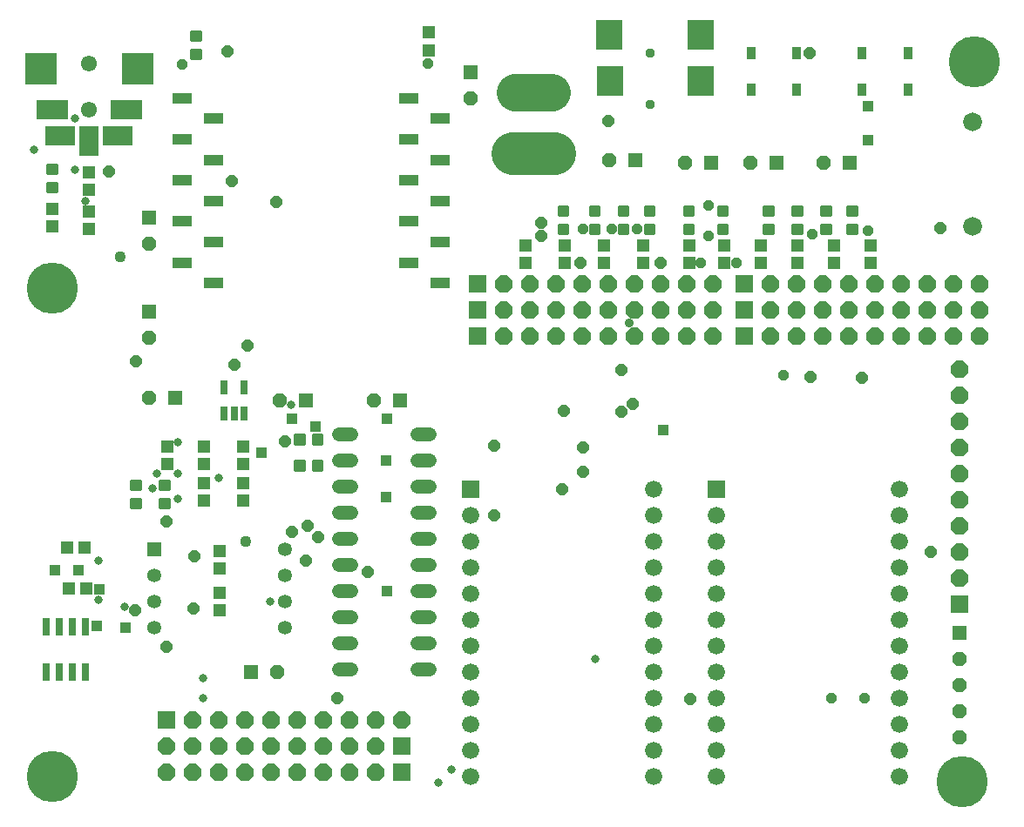
<source format=gts>
G75*
%MOIN*%
%OFA0B0*%
%FSLAX25Y25*%
%IPPOS*%
%LPD*%
%AMOC8*
5,1,8,0,0,1.08239X$1,22.5*
%
%ADD10C,0.19600*%
%ADD11R,0.04537X0.04931*%
%ADD12R,0.06600X0.06600*%
%ADD13C,0.06600*%
%ADD14R,0.03356X0.04931*%
%ADD15C,0.01361*%
%ADD16R,0.07293X0.03946*%
%ADD17C,0.05400*%
%ADD18R,0.05324X0.05324*%
%ADD19C,0.05324*%
%ADD20R,0.02765X0.05324*%
%ADD21R,0.12411X0.12411*%
%ADD22R,0.12411X0.07687*%
%ADD23R,0.11624X0.07687*%
%ADD24R,0.07687X0.11624*%
%ADD25C,0.06112*%
%ADD26OC8,0.06600*%
%ADD27OC8,0.05324*%
%ADD28C,0.03750*%
%ADD29R,0.10049X0.11624*%
%ADD30C,0.16400*%
%ADD31C,0.14400*%
%ADD32R,0.02962X0.06702*%
%ADD33C,0.07200*%
%ADD34R,0.04931X0.04537*%
%ADD35OC8,0.03969*%
%ADD36OC8,0.04362*%
%ADD37R,0.04362X0.04362*%
%ADD38C,0.03500*%
%ADD39C,0.03300*%
%ADD40C,0.04362*%
D10*
X0026178Y0023300D03*
X0026178Y0210300D03*
X0374178Y0021300D03*
X0378678Y0296800D03*
D11*
X0339178Y0226646D03*
X0339178Y0219954D03*
X0325178Y0219954D03*
X0325178Y0226646D03*
X0311178Y0226646D03*
X0311178Y0219954D03*
X0297178Y0219954D03*
X0297178Y0226646D03*
X0283178Y0226646D03*
X0283178Y0219954D03*
X0269678Y0219954D03*
X0269678Y0226646D03*
X0252178Y0226646D03*
X0252178Y0219954D03*
X0237178Y0219954D03*
X0237178Y0226646D03*
X0222178Y0226646D03*
X0222178Y0219954D03*
X0207178Y0219954D03*
X0207178Y0226646D03*
X0170178Y0301454D03*
X0170178Y0308146D03*
X0040178Y0254646D03*
X0040178Y0247954D03*
X0040178Y0239646D03*
X0040178Y0232954D03*
X0026178Y0233954D03*
X0026178Y0240646D03*
X0070178Y0149646D03*
X0070178Y0142954D03*
X0084178Y0142954D03*
X0084178Y0135646D03*
X0084178Y0128954D03*
X0099178Y0128954D03*
X0099178Y0135646D03*
X0099178Y0142954D03*
X0099178Y0149646D03*
X0084178Y0149646D03*
X0090178Y0109646D03*
X0090178Y0102954D03*
X0090178Y0093646D03*
X0090178Y0086954D03*
D12*
X0069678Y0044800D03*
X0159678Y0034800D03*
X0159678Y0024800D03*
X0186178Y0133300D03*
X0188678Y0191800D03*
X0188678Y0201800D03*
X0188678Y0211800D03*
X0280178Y0133300D03*
X0290678Y0191800D03*
X0290678Y0201800D03*
X0290678Y0211800D03*
X0373178Y0089300D03*
D13*
X0350178Y0093300D03*
X0350178Y0083300D03*
X0350178Y0073300D03*
X0350178Y0063300D03*
X0350178Y0053300D03*
X0350178Y0043300D03*
X0350178Y0033300D03*
X0350178Y0023300D03*
X0280178Y0023300D03*
X0280178Y0033300D03*
X0280178Y0043300D03*
X0280178Y0053300D03*
X0280178Y0063300D03*
X0280178Y0073300D03*
X0280178Y0083300D03*
X0280178Y0093300D03*
X0280178Y0103300D03*
X0280178Y0113300D03*
X0280178Y0123300D03*
X0256178Y0123300D03*
X0256178Y0113300D03*
X0256178Y0103300D03*
X0256178Y0093300D03*
X0256178Y0083300D03*
X0256178Y0073300D03*
X0256178Y0063300D03*
X0256178Y0053300D03*
X0256178Y0043300D03*
X0256178Y0033300D03*
X0256178Y0023300D03*
X0186178Y0023300D03*
X0186178Y0033300D03*
X0186178Y0043300D03*
X0186178Y0053300D03*
X0186178Y0063300D03*
X0186178Y0073300D03*
X0186178Y0083300D03*
X0186178Y0093300D03*
X0186178Y0103300D03*
X0186178Y0113300D03*
X0186178Y0123300D03*
X0256178Y0133300D03*
X0350178Y0133300D03*
X0350178Y0123300D03*
X0350178Y0113300D03*
X0350178Y0103300D03*
D14*
X0353438Y0286410D03*
X0353438Y0300190D03*
X0335918Y0300190D03*
X0335918Y0286410D03*
X0310938Y0286410D03*
X0310938Y0300190D03*
X0293418Y0300190D03*
X0293418Y0286410D03*
D15*
X0298590Y0241341D02*
X0301766Y0241341D01*
X0301766Y0238165D01*
X0298590Y0238165D01*
X0298590Y0241341D01*
X0298590Y0239525D02*
X0301766Y0239525D01*
X0301766Y0240885D02*
X0298590Y0240885D01*
X0298590Y0234435D02*
X0301766Y0234435D01*
X0301766Y0231259D01*
X0298590Y0231259D01*
X0298590Y0234435D01*
X0298590Y0232619D02*
X0301766Y0232619D01*
X0301766Y0233979D02*
X0298590Y0233979D01*
X0309590Y0234435D02*
X0312766Y0234435D01*
X0312766Y0231259D01*
X0309590Y0231259D01*
X0309590Y0234435D01*
X0309590Y0232619D02*
X0312766Y0232619D01*
X0312766Y0233979D02*
X0309590Y0233979D01*
X0309590Y0241341D02*
X0312766Y0241341D01*
X0312766Y0238165D01*
X0309590Y0238165D01*
X0309590Y0241341D01*
X0309590Y0239525D02*
X0312766Y0239525D01*
X0312766Y0240885D02*
X0309590Y0240885D01*
X0320590Y0241341D02*
X0323766Y0241341D01*
X0323766Y0238165D01*
X0320590Y0238165D01*
X0320590Y0241341D01*
X0320590Y0239525D02*
X0323766Y0239525D01*
X0323766Y0240885D02*
X0320590Y0240885D01*
X0320590Y0234435D02*
X0323766Y0234435D01*
X0323766Y0231259D01*
X0320590Y0231259D01*
X0320590Y0234435D01*
X0320590Y0232619D02*
X0323766Y0232619D01*
X0323766Y0233979D02*
X0320590Y0233979D01*
X0330590Y0234435D02*
X0333766Y0234435D01*
X0333766Y0231259D01*
X0330590Y0231259D01*
X0330590Y0234435D01*
X0330590Y0232619D02*
X0333766Y0232619D01*
X0333766Y0233979D02*
X0330590Y0233979D01*
X0330590Y0241341D02*
X0333766Y0241341D01*
X0333766Y0238165D01*
X0330590Y0238165D01*
X0330590Y0241341D01*
X0330590Y0239525D02*
X0333766Y0239525D01*
X0333766Y0240885D02*
X0330590Y0240885D01*
X0284266Y0241341D02*
X0281090Y0241341D01*
X0284266Y0241341D02*
X0284266Y0238165D01*
X0281090Y0238165D01*
X0281090Y0241341D01*
X0281090Y0239525D02*
X0284266Y0239525D01*
X0284266Y0240885D02*
X0281090Y0240885D01*
X0281090Y0234435D02*
X0284266Y0234435D01*
X0284266Y0231259D01*
X0281090Y0231259D01*
X0281090Y0234435D01*
X0281090Y0232619D02*
X0284266Y0232619D01*
X0284266Y0233979D02*
X0281090Y0233979D01*
X0271266Y0234435D02*
X0268090Y0234435D01*
X0271266Y0234435D02*
X0271266Y0231259D01*
X0268090Y0231259D01*
X0268090Y0234435D01*
X0268090Y0232619D02*
X0271266Y0232619D01*
X0271266Y0233979D02*
X0268090Y0233979D01*
X0268090Y0241341D02*
X0271266Y0241341D01*
X0271266Y0238165D01*
X0268090Y0238165D01*
X0268090Y0241341D01*
X0268090Y0239525D02*
X0271266Y0239525D01*
X0271266Y0240885D02*
X0268090Y0240885D01*
X0256266Y0241341D02*
X0253090Y0241341D01*
X0256266Y0241341D02*
X0256266Y0238165D01*
X0253090Y0238165D01*
X0253090Y0241341D01*
X0253090Y0239525D02*
X0256266Y0239525D01*
X0256266Y0240885D02*
X0253090Y0240885D01*
X0246266Y0241341D02*
X0243090Y0241341D01*
X0246266Y0241341D02*
X0246266Y0238165D01*
X0243090Y0238165D01*
X0243090Y0241341D01*
X0243090Y0239525D02*
X0246266Y0239525D01*
X0246266Y0240885D02*
X0243090Y0240885D01*
X0243090Y0234435D02*
X0246266Y0234435D01*
X0246266Y0231259D01*
X0243090Y0231259D01*
X0243090Y0234435D01*
X0243090Y0232619D02*
X0246266Y0232619D01*
X0246266Y0233979D02*
X0243090Y0233979D01*
X0235266Y0234435D02*
X0232090Y0234435D01*
X0235266Y0234435D02*
X0235266Y0231259D01*
X0232090Y0231259D01*
X0232090Y0234435D01*
X0232090Y0232619D02*
X0235266Y0232619D01*
X0235266Y0233979D02*
X0232090Y0233979D01*
X0232090Y0241341D02*
X0235266Y0241341D01*
X0235266Y0238165D01*
X0232090Y0238165D01*
X0232090Y0241341D01*
X0232090Y0239525D02*
X0235266Y0239525D01*
X0235266Y0240885D02*
X0232090Y0240885D01*
X0223266Y0241341D02*
X0220090Y0241341D01*
X0223266Y0241341D02*
X0223266Y0238165D01*
X0220090Y0238165D01*
X0220090Y0241341D01*
X0220090Y0239525D02*
X0223266Y0239525D01*
X0223266Y0240885D02*
X0220090Y0240885D01*
X0220090Y0234435D02*
X0223266Y0234435D01*
X0223266Y0231259D01*
X0220090Y0231259D01*
X0220090Y0234435D01*
X0220090Y0232619D02*
X0223266Y0232619D01*
X0223266Y0233979D02*
X0220090Y0233979D01*
X0253090Y0234435D02*
X0256266Y0234435D01*
X0256266Y0231259D01*
X0253090Y0231259D01*
X0253090Y0234435D01*
X0253090Y0232619D02*
X0256266Y0232619D01*
X0256266Y0233979D02*
X0253090Y0233979D01*
X0129219Y0153888D02*
X0129219Y0150712D01*
X0126043Y0150712D01*
X0126043Y0153888D01*
X0129219Y0153888D01*
X0129219Y0152072D02*
X0126043Y0152072D01*
X0126043Y0153432D02*
X0129219Y0153432D01*
X0122313Y0153888D02*
X0122313Y0150712D01*
X0119137Y0150712D01*
X0119137Y0153888D01*
X0122313Y0153888D01*
X0122313Y0152072D02*
X0119137Y0152072D01*
X0119137Y0153432D02*
X0122313Y0153432D01*
X0122313Y0143888D02*
X0122313Y0140712D01*
X0119137Y0140712D01*
X0119137Y0143888D01*
X0122313Y0143888D01*
X0122313Y0142072D02*
X0119137Y0142072D01*
X0119137Y0143432D02*
X0122313Y0143432D01*
X0129219Y0143888D02*
X0129219Y0140712D01*
X0126043Y0140712D01*
X0126043Y0143888D01*
X0129219Y0143888D01*
X0129219Y0142072D02*
X0126043Y0142072D01*
X0126043Y0143432D02*
X0129219Y0143432D01*
X0070766Y0136341D02*
X0067590Y0136341D01*
X0070766Y0136341D02*
X0070766Y0133165D01*
X0067590Y0133165D01*
X0067590Y0136341D01*
X0067590Y0134525D02*
X0070766Y0134525D01*
X0070766Y0135885D02*
X0067590Y0135885D01*
X0067590Y0129435D02*
X0070766Y0129435D01*
X0070766Y0126259D01*
X0067590Y0126259D01*
X0067590Y0129435D01*
X0067590Y0127619D02*
X0070766Y0127619D01*
X0070766Y0128979D02*
X0067590Y0128979D01*
X0059766Y0129435D02*
X0056590Y0129435D01*
X0059766Y0129435D02*
X0059766Y0126259D01*
X0056590Y0126259D01*
X0056590Y0129435D01*
X0056590Y0127619D02*
X0059766Y0127619D01*
X0059766Y0128979D02*
X0056590Y0128979D01*
X0056590Y0136341D02*
X0059766Y0136341D01*
X0059766Y0133165D01*
X0056590Y0133165D01*
X0056590Y0136341D01*
X0056590Y0134525D02*
X0059766Y0134525D01*
X0059766Y0135885D02*
X0056590Y0135885D01*
X0027766Y0250435D02*
X0024590Y0250435D01*
X0027766Y0250435D02*
X0027766Y0247259D01*
X0024590Y0247259D01*
X0024590Y0250435D01*
X0024590Y0248619D02*
X0027766Y0248619D01*
X0027766Y0249979D02*
X0024590Y0249979D01*
X0024590Y0257341D02*
X0027766Y0257341D01*
X0027766Y0254165D01*
X0024590Y0254165D01*
X0024590Y0257341D01*
X0024590Y0255525D02*
X0027766Y0255525D01*
X0027766Y0256885D02*
X0024590Y0256885D01*
X0079590Y0301435D02*
X0082766Y0301435D01*
X0082766Y0298259D01*
X0079590Y0298259D01*
X0079590Y0301435D01*
X0079590Y0299619D02*
X0082766Y0299619D01*
X0082766Y0300979D02*
X0079590Y0300979D01*
X0079590Y0308341D02*
X0082766Y0308341D01*
X0082766Y0305165D01*
X0079590Y0305165D01*
X0079590Y0308341D01*
X0079590Y0306525D02*
X0082766Y0306525D01*
X0082766Y0307885D02*
X0079590Y0307885D01*
D16*
X0075965Y0283040D03*
X0087776Y0275166D03*
X0075965Y0267292D03*
X0087776Y0259418D03*
X0075965Y0251544D03*
X0087776Y0243670D03*
X0075965Y0235796D03*
X0087776Y0227922D03*
X0075965Y0220048D03*
X0087776Y0212174D03*
X0162579Y0220048D03*
X0174390Y0212174D03*
X0174390Y0227922D03*
X0162579Y0235796D03*
X0174390Y0243670D03*
X0162579Y0251544D03*
X0174390Y0259418D03*
X0162579Y0267292D03*
X0174390Y0275166D03*
X0162579Y0283040D03*
D17*
X0165778Y0154300D02*
X0170578Y0154300D01*
X0170578Y0144300D02*
X0165778Y0144300D01*
X0165778Y0134300D02*
X0170578Y0134300D01*
X0170578Y0124300D02*
X0165778Y0124300D01*
X0165778Y0114300D02*
X0170578Y0114300D01*
X0170578Y0104300D02*
X0165778Y0104300D01*
X0165778Y0094300D02*
X0170578Y0094300D01*
X0170578Y0084300D02*
X0165778Y0084300D01*
X0165778Y0074300D02*
X0170578Y0074300D01*
X0170578Y0064300D02*
X0165778Y0064300D01*
X0140578Y0064300D02*
X0135778Y0064300D01*
X0135778Y0074300D02*
X0140578Y0074300D01*
X0140578Y0084300D02*
X0135778Y0084300D01*
X0135778Y0094300D02*
X0140578Y0094300D01*
X0140578Y0104300D02*
X0135778Y0104300D01*
X0135778Y0114300D02*
X0140578Y0114300D01*
X0140578Y0124300D02*
X0135778Y0124300D01*
X0135778Y0134300D02*
X0140578Y0134300D01*
X0140578Y0144300D02*
X0135778Y0144300D01*
X0135778Y0154300D02*
X0140578Y0154300D01*
D18*
X0123178Y0167300D03*
X0159178Y0167300D03*
X0073178Y0168300D03*
X0063178Y0201300D03*
X0063178Y0237300D03*
X0186178Y0292800D03*
X0249178Y0259300D03*
X0278178Y0258300D03*
X0303178Y0258300D03*
X0331178Y0258300D03*
X0373178Y0078300D03*
X0102178Y0063300D03*
X0065178Y0110300D03*
D19*
X0065178Y0100300D03*
X0065178Y0090300D03*
X0065178Y0080300D03*
X0115178Y0080300D03*
X0115178Y0090300D03*
X0115178Y0100300D03*
X0115178Y0110300D03*
D20*
X0099418Y0162181D03*
X0095678Y0162181D03*
X0091938Y0162181D03*
X0091938Y0172419D03*
X0099418Y0172419D03*
D21*
X0058682Y0294331D03*
X0021674Y0294331D03*
D22*
X0026005Y0278583D03*
X0054351Y0278583D03*
D23*
X0051201Y0268741D03*
X0029154Y0268741D03*
D24*
X0040178Y0266772D03*
D25*
X0040178Y0278583D03*
X0040178Y0296300D03*
D26*
X0198678Y0211800D03*
X0208678Y0211800D03*
X0218678Y0211800D03*
X0228678Y0211800D03*
X0238678Y0211800D03*
X0248678Y0211800D03*
X0258678Y0211800D03*
X0268678Y0211800D03*
X0278678Y0211800D03*
X0278678Y0201800D03*
X0268678Y0201800D03*
X0258678Y0201800D03*
X0248678Y0201800D03*
X0238678Y0201800D03*
X0228678Y0201800D03*
X0218678Y0201800D03*
X0208678Y0201800D03*
X0198678Y0201800D03*
X0198678Y0191800D03*
X0208678Y0191800D03*
X0218678Y0191800D03*
X0228678Y0191800D03*
X0238678Y0191800D03*
X0248678Y0191800D03*
X0258678Y0191800D03*
X0268678Y0191800D03*
X0278678Y0191800D03*
X0300678Y0191800D03*
X0310678Y0191800D03*
X0320678Y0191800D03*
X0330678Y0191800D03*
X0340678Y0191800D03*
X0350678Y0191800D03*
X0360678Y0191800D03*
X0370678Y0191800D03*
X0380678Y0191800D03*
X0373178Y0179300D03*
X0373178Y0169300D03*
X0373178Y0159300D03*
X0373178Y0149300D03*
X0373178Y0139300D03*
X0373178Y0129300D03*
X0373178Y0119300D03*
X0373178Y0109300D03*
X0373178Y0099300D03*
X0370678Y0201800D03*
X0380678Y0201800D03*
X0380678Y0211800D03*
X0370678Y0211800D03*
X0360678Y0211800D03*
X0350678Y0211800D03*
X0350678Y0201800D03*
X0360678Y0201800D03*
X0340678Y0201800D03*
X0330678Y0201800D03*
X0330678Y0211800D03*
X0340678Y0211800D03*
X0320678Y0211800D03*
X0310678Y0211800D03*
X0310678Y0201800D03*
X0320678Y0201800D03*
X0300678Y0201800D03*
X0300678Y0211800D03*
X0159678Y0044800D03*
X0149678Y0044800D03*
X0139678Y0044800D03*
X0139678Y0034800D03*
X0149678Y0034800D03*
X0149678Y0024800D03*
X0139678Y0024800D03*
X0129678Y0024800D03*
X0119678Y0024800D03*
X0119678Y0034800D03*
X0129678Y0034800D03*
X0129678Y0044800D03*
X0119678Y0044800D03*
X0109678Y0044800D03*
X0099678Y0044800D03*
X0099678Y0034800D03*
X0109678Y0034800D03*
X0109678Y0024800D03*
X0099678Y0024800D03*
X0089678Y0024800D03*
X0079678Y0024800D03*
X0079678Y0034800D03*
X0089678Y0034800D03*
X0089678Y0044800D03*
X0079678Y0044800D03*
X0069678Y0034800D03*
X0069678Y0024800D03*
D27*
X0112178Y0063300D03*
X0113178Y0167300D03*
X0149178Y0167300D03*
X0063178Y0168300D03*
X0063178Y0191300D03*
X0063178Y0227300D03*
X0186178Y0282800D03*
X0239178Y0259300D03*
X0268178Y0258300D03*
X0293178Y0258300D03*
X0321178Y0258300D03*
X0373178Y0068300D03*
X0373178Y0058300D03*
X0373178Y0048300D03*
X0373178Y0038300D03*
D28*
X0254965Y0280646D03*
X0254965Y0300331D03*
D29*
X0239178Y0307261D03*
X0239355Y0289544D03*
X0274178Y0289544D03*
X0274178Y0307261D03*
D30*
X0218078Y0261800D02*
X0202278Y0261800D01*
D31*
X0203278Y0285400D02*
X0217078Y0285400D01*
D32*
X0038804Y0080674D03*
X0033804Y0080674D03*
X0028804Y0080674D03*
X0023804Y0080674D03*
X0023804Y0063351D03*
X0028804Y0063351D03*
X0033804Y0063351D03*
X0038804Y0063351D03*
D33*
X0378178Y0233800D03*
X0378178Y0273800D03*
D34*
X0038524Y0110800D03*
X0031831Y0110800D03*
X0032331Y0095300D03*
X0039024Y0095300D03*
D35*
X0229178Y0232800D03*
X0240178Y0232800D03*
X0249678Y0232800D03*
X0273978Y0219800D03*
X0277178Y0230300D03*
X0287678Y0219800D03*
X0277178Y0241800D03*
X0316678Y0230800D03*
X0338178Y0232300D03*
X0305678Y0176800D03*
X0169678Y0296300D03*
X0075678Y0295800D03*
X0324178Y0053300D03*
X0336678Y0053300D03*
D36*
X0270178Y0052800D03*
X0195178Y0123300D03*
X0221178Y0133300D03*
X0229178Y0139800D03*
X0229178Y0149300D03*
X0221678Y0163300D03*
X0243678Y0162800D03*
X0248178Y0165800D03*
X0243678Y0178800D03*
X0195178Y0149800D03*
X0146778Y0101700D03*
X0127878Y0114800D03*
X0123778Y0119200D03*
X0117678Y0116800D03*
X0123178Y0105800D03*
X0080378Y0107700D03*
X0069878Y0121000D03*
X0080078Y0087600D03*
X0069678Y0073100D03*
X0057678Y0086900D03*
X0135178Y0053300D03*
X0115178Y0151700D03*
X0095678Y0180800D03*
X0100678Y0188300D03*
X0058178Y0182300D03*
X0111678Y0243300D03*
X0094678Y0251300D03*
X0047678Y0254800D03*
X0093178Y0300800D03*
X0213178Y0235300D03*
X0213178Y0230300D03*
X0228178Y0219800D03*
X0258678Y0219800D03*
X0316178Y0176300D03*
X0335678Y0175800D03*
X0365678Y0233300D03*
X0315678Y0300300D03*
X0238678Y0274300D03*
X0362178Y0109300D03*
D37*
X0259678Y0155800D03*
X0154178Y0160300D03*
X0153678Y0144300D03*
X0153678Y0130300D03*
X0126678Y0157300D03*
X0117678Y0160300D03*
X0106178Y0147300D03*
X0154178Y0094300D03*
X0054178Y0080300D03*
X0043178Y0080800D03*
X0044178Y0094800D03*
X0036178Y0102300D03*
X0027178Y0102300D03*
X0338178Y0266800D03*
X0338178Y0279800D03*
D38*
X0246678Y0196800D03*
D39*
X0117477Y0165532D03*
X0089918Y0137473D03*
X0074170Y0139442D03*
X0066296Y0139442D03*
X0064327Y0133536D03*
X0074170Y0129599D03*
X0074170Y0151253D03*
X0043678Y0105800D03*
X0043678Y0090800D03*
X0053678Y0088300D03*
X0083678Y0060800D03*
X0083678Y0053300D03*
X0109603Y0090229D03*
X0178678Y0025800D03*
X0173678Y0020800D03*
X0233678Y0068300D03*
X0038737Y0243772D03*
X0034800Y0255583D03*
X0019052Y0263457D03*
X0034800Y0275269D03*
D40*
X0052178Y0222300D03*
X0100178Y0113300D03*
M02*

</source>
